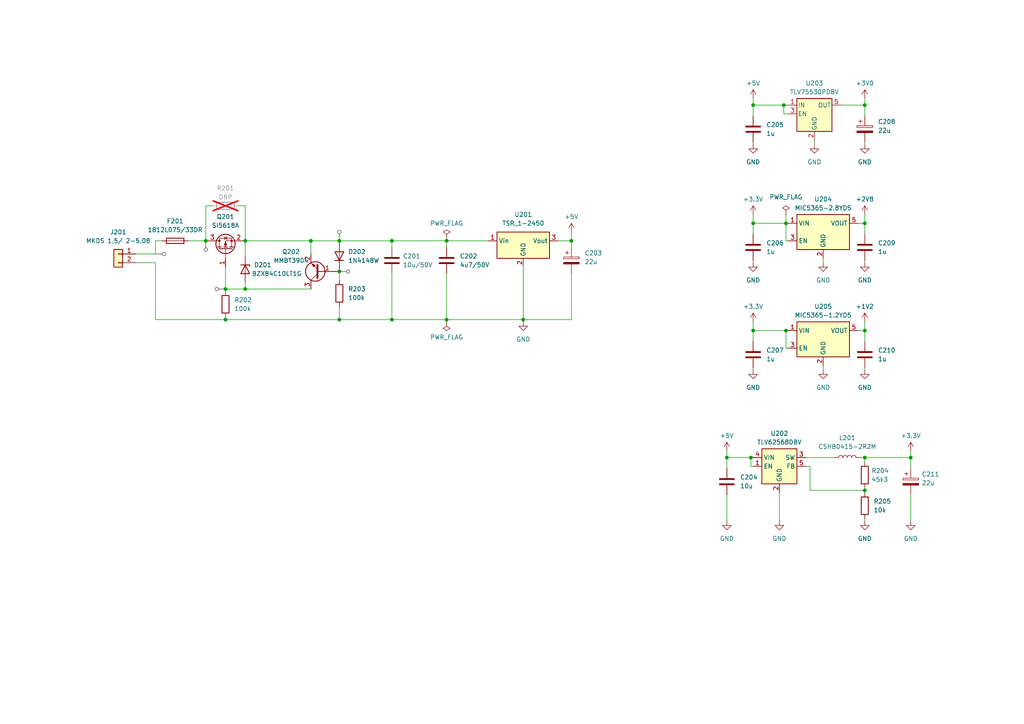
<source format=kicad_sch>
(kicad_sch (version 20230121) (generator eeschema)
  (paper "A4")
  (lib_symbols
    (symbol "Connector_Generic:Conn_01x02" (pin_names (offset 1.016) hide)
      (property "Reference" "J" (at 0 2.54 0))
      (property "Value" "Conn_01x02" (at 0 -5.08 0))
      (symbol "Conn_01x02_1_1"
        (rectangle (start -1.27 -2.413) (end 0 -2.667) (stroke (width 0.1524)))
        (rectangle (start -1.27 0.127) (end 0 -0.127) (stroke (width 0.1524)))
        (rectangle (start -1.27 1.27) (end 1.27 -3.81) (stroke (width 0.254)) (fill (type background)))
        (pin passive line (at -5.08 0 0) (length 3.81) (name "Pin_1") (number "1"))
        (pin passive line (at -5.08 -2.54 0) (length 3.81) (name "Pin_2") (number "2"))
      )
    )
    (symbol "Device:C" (pin_numbers hide) (pin_names (offset 0.254))
      (property "Reference" "C" (at 0.635 2.54 0))
      (property "Value" "C" (at 0.635 -2.54 0))
      (symbol "C_0_1"
        (polyline (pts (xy -2.032 -0.762) (xy 2.032 -0.762)) (stroke (width 0.508)))
        (polyline (pts (xy -2.032 0.762) (xy 2.032 0.762)) (stroke (width 0.508)))
      )
      (symbol "C_1_1"
        (pin passive line (at 0 3.81 270) (length 2.794) (name "~") (number "1"))
        (pin passive line (at 0 -3.81 90) (length 2.794) (name "~") (number "2"))
      )
    )
    (symbol "Device:C_Polarized" (pin_numbers hide) (pin_names (offset 0.254))
      (property "Reference" "C" (at 0.635 2.54 0))
      (property "Value" "C_Polarized" (at 0.635 -2.54 0))
      (symbol "C_Polarized_0_1"
        (rectangle (start -2.286 0.508) (end 2.286 1.016))
        (polyline (pts (xy -1.778 2.286) (xy -0.762 2.286)))
        (polyline (pts (xy -1.27 2.794) (xy -1.27 1.778)))
        (rectangle (start 2.286 -0.508) (end -2.286 -1.016) (fill (type outline)))
      )
      (symbol "C_Polarized_1_1"
        (pin passive line (at 0 3.81 270) (length 2.794) (name "~") (number "1"))
        (pin passive line (at 0 -3.81 90) (length 2.794) (name "~") (number "2"))
      )
    )
    (symbol "Device:Fuse" (pin_numbers hide) (pin_names (offset 0))
      (property "Reference" "F" (at 2.032 0 90))
      (property "Value" "Fuse" (at -1.905 0 90))
      (symbol "Fuse_0_1"
        (rectangle (start -0.762 -2.54) (end 0.762 2.54) (stroke (width 0.254)))
        (polyline (pts (xy 0 2.54) (xy 0 -2.54)))
      )
      (symbol "Fuse_1_1"
        (pin passive line (at 0 3.81 270) (length 1.27) (name "~") (number "1"))
        (pin passive line (at 0 -3.81 90) (length 1.27) (name "~") (number "2"))
      )
    )
    (symbol "Device:L" (pin_numbers hide) (pin_names (offset 1.016) hide)
      (property "Reference" "L" (at -1.27 0 90))
      (property "Value" "L" (at 1.905 0 90))
      (symbol "L_0_1"
        (arc (start 0 -2.54) (mid 0.6323 -1.905) (end 0 -1.27))
        (arc (start 0 -1.27) (mid 0.6323 -0.635) (end 0 0))
        (arc (start 0 0) (mid 0.6323 0.635) (end 0 1.27))
        (arc (start 0 1.27) (mid 0.6323 1.905) (end 0 2.54))
      )
      (symbol "L_1_1"
        (pin passive line (at 0 3.81 270) (length 1.27) (name "1") (number "1"))
        (pin passive line (at 0 -3.81 90) (length 1.27) (name "2") (number "2"))
      )
    )
    (symbol "Device:Q_PMOS_GSD" (pin_names (offset 0) hide)
      (property "Reference" "Q" (at 5.08 1.27 0))
      (property "Value" "Q_PMOS_GSD" (at 5.08 -1.27 0))
      (symbol "Q_PMOS_GSD_0_1"
        (polyline (pts (xy 0.254 0) (xy -2.54 0)))
        (polyline (pts (xy 0.254 1.905) (xy 0.254 -1.905)) (stroke (width 0.254)))
        (polyline (pts (xy 0.762 -1.27) (xy 0.762 -2.286)) (stroke (width 0.254)))
        (polyline (pts (xy 0.762 0.508) (xy 0.762 -0.508)) (stroke (width 0.254)))
        (polyline (pts (xy 0.762 2.286) (xy 0.762 1.27)) (stroke (width 0.254)))
        (polyline (pts (xy 2.54 2.54) (xy 2.54 1.778)))
        (polyline (pts (xy 2.54 -2.54) (xy 2.54 0) (xy 0.762 0)))
        (polyline (pts (xy 0.762 1.778) (xy 3.302 1.778) (xy 3.302 -1.778) (xy 0.762 -1.778)))
        (polyline (pts (xy 2.286 0) (xy 1.27 0.381) (xy 1.27 -0.381) (xy 2.286 0)) (fill (type outline)))
        (polyline (pts (xy 2.794 -0.508) (xy 2.921 -0.381) (xy 3.683 -0.381) (xy 3.81 -0.254)))
        (polyline (pts (xy 3.302 -0.381) (xy 2.921 0.254) (xy 3.683 0.254) (xy 3.302 -0.381)))
        (circle (center 1.651 0) (radius 2.794) (stroke (width 0.254)))
        (circle (center 2.54 -1.778) (radius 0.254) (fill (type outline)))
        (circle (center 2.54 1.778) (radius 0.254) (fill (type outline)))
      )
      (symbol "Q_PMOS_GSD_1_1"
        (pin input line (at -5.08 0 0) (length 2.54) (name "G") (number "1"))
        (pin passive line (at 2.54 -5.08 90) (length 2.54) (name "S") (number "2"))
        (pin passive line (at 2.54 5.08 270) (length 2.54) (name "D") (number "3"))
      )
    )
    (symbol "Device:R" (pin_numbers hide) (pin_names (offset 0))
      (property "Reference" "R" (at 2.032 0 90))
      (property "Value" "R" (at 0 0 90))
      (symbol "R_0_1"
        (rectangle (start -1.016 -2.54) (end 1.016 2.54) (stroke (width 0.254)))
      )
      (symbol "R_1_1"
        (pin passive line (at 0 3.81 270) (length 1.27) (name "~") (number "1"))
        (pin passive line (at 0 -3.81 90) (length 1.27) (name "~") (number "2"))
      )
    )
    (symbol "Diode:1N4148W" (pin_numbers hide) (pin_names hide)
      (property "Reference" "D" (at 0 2.54 0))
      (property "Value" "1N4148W" (at 0 -2.54 0))
      (symbol "1N4148W_0_1"
        (polyline (pts (xy -1.27 1.27) (xy -1.27 -1.27)) (stroke (width 0.254)))
        (polyline (pts (xy 1.27 0) (xy -1.27 0)))
        (polyline (pts (xy 1.27 1.27) (xy 1.27 -1.27) (xy -1.27 0) (xy 1.27 1.27)) (stroke (width 0.254)))
      )
      (symbol "1N4148W_1_1"
        (pin passive line (at -3.81 0 0) (length 2.54) (name "K") (number "1"))
        (pin passive line (at 3.81 0 180) (length 2.54) (name "A") (number "2"))
      )
    )
    (symbol "Diode:BZX84Cxx" (pin_numbers hide) (pin_names hide)
      (property "Reference" "D" (at 0 3.81 0))
      (property "Value" "BZX84Cxx" (at 0 -3.81 0))
      (symbol "BZX84Cxx_0_1"
        (polyline (pts (xy 1.27 0) (xy -1.27 0)))
        (polyline (pts (xy -1.27 -1.27) (xy -1.27 1.27) (xy -0.762 1.27)) (stroke (width 0.254)))
        (polyline (pts (xy 1.27 -1.27) (xy 1.27 1.27) (xy -1.27 0) (xy 1.27 -1.27)) (stroke (width 0.254)))
      )
      (symbol "BZX84Cxx_1_1"
        (pin passive line (at 3.81 0 180) (length 2.54) (name "A") (number "1"))
        (pin no_connect line (at 1.27 0 180) (length 2.54) hide (name "NC") (number "2"))
        (pin passive line (at -3.81 0 0) (length 2.54) (name "K") (number "3"))
      )
    )
    (symbol "Regulator_Linear:MIC5365-3.3YD5"
      (property "Reference" "U" (at -7.62 6.35 0))
      (property "Value" "MIC5365-3.3YD5" (at 0 6.35 0))
      (symbol "MIC5365-3.3YD5_0_1"
        (rectangle (start -7.62 -5.08) (end 7.62 5.08) (stroke (width 0.254)) (fill (type background)))
      )
      (symbol "MIC5365-3.3YD5_1_1"
        (pin power_in line (at -10.16 2.54 0) (length 2.54) (name "VIN") (number "1"))
        (pin power_in line (at 0 -7.62 90) (length 2.54) (name "GND") (number "2"))
        (pin input line (at -10.16 -2.54 0) (length 2.54) (name "EN") (number "3"))
        (pin no_connect line (at 7.62 -2.54 180) (length 2.54) hide (name "NC") (number "4"))
        (pin power_out line (at 10.16 2.54 180) (length 2.54) (name "VOUT") (number "5"))
      )
    )
    (symbol "Regulator_Linear:TLV75530PDBV" (pin_names (offset 0.254))
      (property "Reference" "U" (at -3.81 5.715 0))
      (property "Value" "TLV75530PDBV" (at 0 5.715 0))
      (symbol "TLV75530PDBV_0_1"
        (rectangle (start -5.08 4.445) (end 5.08 -5.08) (stroke (width 0.254)) (fill (type background)))
      )
      (symbol "TLV75530PDBV_1_1"
        (pin power_in line (at -7.62 2.54 0) (length 2.54) (name "IN") (number "1"))
        (pin power_in line (at 0 -7.62 90) (length 2.54) (name "GND") (number "2"))
        (pin input line (at -7.62 0 0) (length 2.54) (name "EN") (number "3"))
        (pin no_connect line (at 5.08 0 180) (length 2.54) hide (name "NC") (number "4"))
        (pin power_out line (at 7.62 2.54 180) (length 2.54) (name "OUT") (number "5"))
      )
    )
    (symbol "Regulator_Switching:TLV62568DBV"
      (property "Reference" "U" (at -5.08 6.35 0))
      (property "Value" "TLV62568DBV" (at 0 6.35 0))
      (symbol "TLV62568DBV_0_1"
        (rectangle (start -5.08 5.08) (end 5.08 -5.08) (stroke (width 0.254)) (fill (type background)))
      )
      (symbol "TLV62568DBV_1_1"
        (pin input line (at -7.62 0 0) (length 2.54) (name "EN") (number "1"))
        (pin power_in line (at 0 -7.62 90) (length 2.54) (name "GND") (number "2"))
        (pin power_out line (at 7.62 2.54 180) (length 2.54) (name "SW") (number "3"))
        (pin power_in line (at -7.62 2.54 0) (length 2.54) (name "VIN") (number "4"))
        (pin input line (at 7.62 0 180) (length 2.54) (name "FB") (number "5"))
      )
    )
    (symbol "Regulator_Switching:TSR_1-2450"
      (property "Reference" "U" (at -7.62 6.35 0))
      (property "Value" "TSR_1-2450" (at -1.27 6.35 0))
      (symbol "TSR_1-2450_0_1"
        (rectangle (start -7.62 5.08) (end 7.62 -2.54) (stroke (width 0.254)) (fill (type background)))
      )
      (symbol "TSR_1-2450_1_1"
        (pin power_in line (at -10.16 2.54 0) (length 2.54) (name "Vin") (number "1"))
        (pin power_in line (at 0 -5.08 90) (length 2.54) (name "GND") (number "2"))
        (pin power_out line (at 10.16 2.54 180) (length 2.54) (name "Vout") (number "3"))
      )
    )
    (symbol "Transistor_BJT:MMBT3904" (pin_names (offset 0) hide)
      (property "Reference" "Q" (at 5.08 1.905 0))
      (property "Value" "MMBT3904" (at 5.08 0 0))
      (symbol "MMBT3904_0_1"
        (polyline (pts (xy 0.635 0.635) (xy 2.54 2.54)))
        (polyline (pts (xy 0.635 -0.635) (xy 2.54 -2.54) (xy 2.54 -2.54)))
        (polyline (pts (xy 0.635 1.905) (xy 0.635 -1.905) (xy 0.635 -1.905)) (stroke (width 0.508)))
        (polyline (pts (xy 1.27 -1.778) (xy 1.778 -1.27) (xy 2.286 -2.286) (xy 1.27 -1.778) (xy 1.27 -1.778)) (fill (type outline)))
        (circle (center 1.27 0) (radius 2.8194) (stroke (width 0.254)))
      )
      (symbol "MMBT3904_1_1"
        (pin input line (at -5.08 0 0) (length 5.715) (name "B") (number "1"))
        (pin passive line (at 2.54 -5.08 90) (length 2.54) (name "E") (number "2"))
        (pin passive line (at 2.54 5.08 270) (length 2.54) (name "C") (number "3"))
      )
    )
    (symbol "power:+1V2" (power) (pin_names (offset 0))
      (property "Value" "+1V2" (at 0 3.556 0))
      (symbol "+1V2_0_1"
        (polyline (pts (xy -0.762 1.27) (xy 0 2.54)))
        (polyline (pts (xy 0 0) (xy 0 2.54)))
        (polyline (pts (xy 0 2.54) (xy 0.762 1.27)))
      )
      (symbol "+1V2_1_1"
        (pin power_in line (at 0 0 90) (length 0) hide (name "+1V2") (number "1"))
      )
    )
    (symbol "power:+2V8" (power) (pin_names (offset 0))
      (property "Value" "+2V8" (at 0 3.556 0))
      (symbol "+2V8_0_1"
        (polyline (pts (xy -0.762 1.27) (xy 0 2.54)))
        (polyline (pts (xy 0 0) (xy 0 2.54)))
        (polyline (pts (xy 0 2.54) (xy 0.762 1.27)))
      )
      (symbol "+2V8_1_1"
        (pin power_in line (at 0 0 90) (length 0) hide (name "+2V8") (number "1"))
      )
    )
    (symbol "power:+3.3V" (power) (pin_names (offset 0))
      (property "Value" "+3.3V" (at 0 3.556 0))
      (symbol "+3.3V_0_1"
        (polyline (pts (xy -0.762 1.27) (xy 0 2.54)))
        (polyline (pts (xy 0 0) (xy 0 2.54)))
        (polyline (pts (xy 0 2.54) (xy 0.762 1.27)))
      )
      (symbol "+3.3V_1_1"
        (pin power_in line (at 0 0 90) (length 0) hide (name "+3.3V") (number "1"))
      )
    )
    (symbol "power:+3V0" (power) (pin_names (offset 0))
      (property "Value" "+3V0" (at 0 3.556 0))
      (symbol "+3V0_0_1"
        (polyline (pts (xy -0.762 1.27) (xy 0 2.54)))
        (polyline (pts (xy 0 0) (xy 0 2.54)))
        (polyline (pts (xy 0 2.54) (xy 0.762 1.27)))
      )
      (symbol "+3V0_1_1"
        (pin power_in line (at 0 0 90) (length 0) hide (name "+3V0") (number "1"))
      )
    )
    (symbol "power:+5V" (power) (pin_names (offset 0))
      (property "Value" "+5V" (at 0 3.556 0))
      (symbol "+5V_0_1"
        (polyline (pts (xy -0.762 1.27) (xy 0 2.54)))
        (polyline (pts (xy 0 0) (xy 0 2.54)))
        (polyline (pts (xy 0 2.54) (xy 0.762 1.27)))
      )
      (symbol "+5V_1_1"
        (pin power_in line (at 0 0 90) (length 0) hide (name "+5V") (number "1"))
      )
    )
    (symbol "power:GND" (power) (pin_names (offset 0))
      (property "Value" "GND" (at 0 -3.81 0))
      (symbol "GND_0_1"
        (polyline (pts (xy 0 0) (xy 0 -1.27) (xy 1.27 -1.27) (xy 0 -2.54) (xy -1.27 -1.27) (xy 0 -1.27)))
      )
      (symbol "GND_1_1"
        (pin power_in line (at 0 0 270) (length 0) hide (name "GND") (number "1"))
      )
    )
    (symbol "power:PWR_FLAG" (power) (pin_numbers hide) (pin_names (offset 0) hide)
      (property "Value" "PWR_FLAG" (at 0 3.81 0))
      (symbol "PWR_FLAG_0_0"
        (pin power_out line (at 0 0 90) (length 0) (name "pwr") (number "1"))
      )
      (symbol "PWR_FLAG_0_1"
        (polyline (pts (xy 0 0) (xy 0 1.27) (xy -1.016 1.905) (xy 0 2.54) (xy 1.016 1.905) (xy 0 1.27)))
      )
    )
  )
  (junction (at 217.805 132.715))
  (junction (at 129.54 92.71))
  (junction (at 218.44 64.77))
  (junction (at 90.17 69.85))
  (junction (at 250.825 30.48))
  (junction (at 59.69 69.85))
  (junction (at 210.82 132.715))
  (junction (at 113.665 92.71))
  (junction (at 250.825 142.24))
  (junction (at 250.825 95.885))
  (junction (at 98.425 92.71))
  (junction (at 113.665 69.85))
  (junction (at 227.965 64.77))
  (junction (at 71.12 83.82))
  (junction (at 129.54 69.85))
  (junction (at 250.825 64.77))
  (junction (at 227.33 30.48))
  (junction (at 218.44 95.885))
  (junction (at 227.965 95.885))
  (junction (at 165.735 69.85))
  (junction (at 264.16 132.715))
  (junction (at 151.765 92.71))
  (junction (at 98.425 78.74))
  (junction (at 71.12 69.85))
  (junction (at 65.405 83.82))
  (junction (at 250.825 132.715))
  (junction (at 65.405 92.71))
  (junction (at 218.44 30.48))
  (junction (at 98.425 69.85))
  (wire (pts (xy 250.825 132.715) (xy 264.16 132.715)))
  (wire (pts (xy 45.085 76.2) (xy 39.37 76.2)))
  (wire (pts (xy 98.425 78.74) (xy 97.79 78.74)))
  (wire (pts (xy 113.665 69.85) (xy 129.54 69.85)))
  (wire (pts (xy 218.44 30.48) (xy 218.44 33.655)))
  (wire (pts (xy 250.825 30.48) (xy 250.825 28.575)))
  (wire (pts (xy 129.54 92.71) (xy 151.765 92.71)))
  (wire (pts (xy 250.825 93.345) (xy 250.825 95.885)))
  (wire (pts (xy 233.68 135.255) (xy 234.95 135.255)))
  (wire (pts (xy 129.54 92.71) (xy 129.54 93.345)))
  (wire (pts (xy 65.405 92.71) (xy 98.425 92.71)))
  (wire (pts (xy 250.825 30.48) (xy 250.825 33.655)))
  (wire (pts (xy 264.16 132.715) (xy 264.16 135.89)))
  (wire (pts (xy 218.44 75.565) (xy 218.44 76.2)))
  (wire (pts (xy 98.425 88.9) (xy 98.425 92.71)))
  (wire (pts (xy 45.085 76.2) (xy 45.085 92.71)))
  (wire (pts (xy 59.69 69.85) (xy 60.325 69.85)))
  (wire (pts (xy 151.765 92.71) (xy 165.735 92.71)))
  (wire (pts (xy 218.44 28.575) (xy 218.44 30.48)))
  (wire (pts (xy 250.825 132.715) (xy 250.825 133.985)))
  (wire (pts (xy 227.965 64.77) (xy 218.44 64.77)))
  (wire (pts (xy 228.6 69.85) (xy 227.965 69.85)))
  (wire (pts (xy 233.68 132.715) (xy 241.935 132.715)))
  (wire (pts (xy 54.61 69.85) (xy 59.69 69.85)))
  (wire (pts (xy 210.82 132.715) (xy 217.805 132.715)))
  (wire (pts (xy 90.17 69.85) (xy 98.425 69.85)))
  (wire (pts (xy 250.825 141.605) (xy 250.825 142.24)))
  (wire (pts (xy 69.215 59.69) (xy 71.12 59.69)))
  (wire (pts (xy 210.82 132.715) (xy 210.82 135.89)))
  (wire (pts (xy 71.12 83.82) (xy 65.405 83.82)))
  (wire (pts (xy 218.44 41.275) (xy 218.44 41.91)))
  (wire (pts (xy 71.12 81.915) (xy 71.12 83.82)))
  (wire (pts (xy 217.805 135.255) (xy 217.805 132.715)))
  (wire (pts (xy 218.44 135.255) (xy 217.805 135.255)))
  (wire (pts (xy 98.425 78.74) (xy 98.425 81.28)))
  (wire (pts (xy 243.84 30.48) (xy 250.825 30.48)))
  (wire (pts (xy 250.825 142.24) (xy 234.95 142.24)))
  (wire (pts (xy 227.965 95.885) (xy 218.44 95.885)))
  (wire (pts (xy 70.485 69.85) (xy 71.12 69.85)))
  (wire (pts (xy 264.16 143.51) (xy 264.16 151.13)))
  (wire (pts (xy 59.69 59.69) (xy 59.69 69.85)))
  (wire (pts (xy 129.54 79.375) (xy 129.54 92.71)))
  (wire (pts (xy 227.965 100.965) (xy 227.965 95.885)))
  (wire (pts (xy 98.425 69.85) (xy 113.665 69.85)))
  (wire (pts (xy 98.425 69.85) (xy 98.425 70.485)))
  (wire (pts (xy 238.76 74.93) (xy 238.76 76.2)))
  (wire (pts (xy 71.12 83.82) (xy 90.17 83.82)))
  (wire (pts (xy 228.6 100.965) (xy 227.965 100.965)))
  (wire (pts (xy 234.95 142.24) (xy 234.95 135.255)))
  (wire (pts (xy 227.965 95.885) (xy 228.6 95.885)))
  (wire (pts (xy 45.085 92.71) (xy 65.405 92.71)))
  (wire (pts (xy 129.54 69.85) (xy 129.54 71.755)))
  (wire (pts (xy 248.92 64.77) (xy 250.825 64.77)))
  (wire (pts (xy 218.44 106.68) (xy 218.44 107.315)))
  (wire (pts (xy 129.54 69.85) (xy 141.605 69.85)))
  (wire (pts (xy 227.33 30.48) (xy 228.6 30.48)))
  (wire (pts (xy 250.825 75.565) (xy 250.825 76.2)))
  (wire (pts (xy 210.82 143.51) (xy 210.82 151.13)))
  (wire (pts (xy 249.555 132.715) (xy 250.825 132.715)))
  (wire (pts (xy 165.735 71.755) (xy 165.735 69.85)))
  (wire (pts (xy 71.12 69.85) (xy 71.12 74.295)))
  (wire (pts (xy 250.825 150.495) (xy 250.825 151.13)))
  (wire (pts (xy 248.92 95.885) (xy 250.825 95.885)))
  (wire (pts (xy 250.825 106.68) (xy 250.825 107.315)))
  (wire (pts (xy 113.665 92.71) (xy 129.54 92.71)))
  (wire (pts (xy 113.665 79.375) (xy 113.665 92.71)))
  (wire (pts (xy 218.44 64.77) (xy 218.44 67.945)))
  (wire (pts (xy 98.425 92.71) (xy 113.665 92.71)))
  (wire (pts (xy 236.22 40.64) (xy 236.22 41.91)))
  (wire (pts (xy 226.06 142.875) (xy 226.06 151.13)))
  (wire (pts (xy 151.765 93.345) (xy 151.765 92.71)))
  (wire (pts (xy 250.825 41.275) (xy 250.825 41.91)))
  (wire (pts (xy 218.44 64.77) (xy 218.44 62.23)))
  (wire (pts (xy 218.44 95.885) (xy 218.44 93.345)))
  (wire (pts (xy 65.405 83.82) (xy 65.405 84.455)))
  (wire (pts (xy 161.925 69.85) (xy 165.735 69.85)))
  (wire (pts (xy 227.965 64.77) (xy 228.6 64.77)))
  (wire (pts (xy 250.825 64.77) (xy 250.825 67.945)))
  (wire (pts (xy 65.405 92.71) (xy 65.405 92.075)))
  (wire (pts (xy 90.17 69.85) (xy 90.17 73.66)))
  (wire (pts (xy 151.765 77.47) (xy 151.765 92.71)))
  (wire (pts (xy 227.965 62.23) (xy 227.965 64.77)))
  (wire (pts (xy 129.54 69.215) (xy 129.54 69.85)))
  (wire (pts (xy 113.665 69.85) (xy 113.665 71.755)))
  (wire (pts (xy 264.16 130.81) (xy 264.16 132.715)))
  (wire (pts (xy 218.44 95.885) (xy 218.44 99.06)))
  (wire (pts (xy 210.82 130.81) (xy 210.82 132.715)))
  (wire (pts (xy 71.12 59.69) (xy 71.12 69.85)))
  (wire (pts (xy 71.12 69.85) (xy 90.17 69.85)))
  (wire (pts (xy 217.805 132.715) (xy 218.44 132.715)))
  (wire (pts (xy 165.735 92.71) (xy 165.735 79.375)))
  (wire (pts (xy 250.825 95.885) (xy 250.825 99.06)))
  (wire (pts (xy 45.085 73.66) (xy 45.085 69.85)))
  (wire (pts (xy 39.37 73.66) (xy 45.085 73.66)))
  (wire (pts (xy 65.405 77.47) (xy 65.405 83.82)))
  (wire (pts (xy 218.44 30.48) (xy 227.33 30.48)))
  (wire (pts (xy 98.425 78.105) (xy 98.425 78.74)))
  (wire (pts (xy 228.6 33.02) (xy 227.33 33.02)))
  (wire (pts (xy 227.965 69.85) (xy 227.965 64.77)))
  (wire (pts (xy 61.595 59.69) (xy 59.69 59.69)))
  (wire (pts (xy 45.085 69.85) (xy 46.99 69.85)))
  (wire (pts (xy 238.76 106.045) (xy 238.76 107.315)))
  (wire (pts (xy 165.735 67.31) (xy 165.735 69.85)))
  (wire (pts (xy 250.825 142.24) (xy 250.825 142.875)))
  (wire (pts (xy 250.825 62.23) (xy 250.825 64.77)))
  (wire (pts (xy 227.33 33.02) (xy 227.33 30.48)))
  (netclass_flag "" (length 2.54) (shape round) (at 65.405 83.82 90) (property "Netclass" "power 24V" (effects hide)))
  (netclass_flag "" (length 2.54) (shape round) (at 59.69 69.85 180) (property "Netclass" "power 24V" (effects hide)))
  (netclass_flag "" (length 2.54) (shape round) (at 45.085 73.66 270) (property "Netclass" "power 24V" (effects hide)))
  (netclass_flag "" (length 2.54) (shape round) (at 98.425 78.74 270) (property "Netclass" "power 24V" (effects hide)))
  (netclass_flag "" (length 2.54) (shape round) (at 98.425 69.85 0) (property "Netclass" "power 24V" (effects hide)))
  (symbol (lib_id "power:+3.3V") (at 218.44 93.345 0) (unit 1)
    (property "Reference" "#PWR0209" (effects hide))
    (property "Value" "+3.3V" (at 218.44 88.9 0))
  )
  (symbol (lib_id "power:+2V8") (at 250.825 62.23 0) (unit 1)
    (property "Reference" "#PWR0217" (effects hide))
    (property "Value" "+2V8" (at 250.825 57.785 0))
  )
  (symbol (lib_id "power:+3V0") (at 250.825 28.575 0) (unit 1)
    (property "Reference" "#PWR0215" (effects hide))
    (property "Value" "+3V0" (at 250.825 24.13 0))
  )
  (symbol (lib_id "power:GND") (at 264.16 151.13 0) (unit 1)
    (property "Reference" "#PWR0223" (effects hide))
    (property "Value" "GND" (at 264.16 156.21 0))
  )
  (symbol (lib_id "Device:C_Polarized") (at 250.825 37.465 0) (unit 1)
    (property "Reference" "C208" (at 254.635 35.306 0) (effects (justify left)))
    (property "Value" "22u" (at 254.635 37.846 0) (effects (justify left)))
    (property "Footprint" "Capacitor_Tantalum_SMD:CP_EIA-3528-21_Kemet-B_Pad1.50x2.35mm_HandSolder" (effects hide))
  )
  (symbol (lib_id "Regulator_Switching:TSR_1-2450") (at 151.765 72.39 0) (unit 1)
    (property "Reference" "U201" (at 151.765 62.23 0))
    (property "Value" "TSR_1-2450" (at 151.765 64.77 0))
    (property "Footprint" "Converter_DCDC:Converter_DCDC_TRACO_TSR-1_THT" (effects hide))
    (property "Datasheet" "http://www.tracopower.com/products/tsr1.pdf" (effects hide))
  )
  (symbol (lib_id "power:+5V") (at 165.735 67.31 0) (unit 1)
    (property "Reference" "#PWR0202" (effects hide))
    (property "Value" "+5V" (at 165.735 62.865 0))
  )
  (symbol (lib_id "Device:C") (at 113.665 75.565 0) (unit 1)
    (property "Reference" "C201" (at 116.84 74.295 0) (effects (justify left)))
    (property "Value" "10u/50V" (at 116.84 76.835 0) (effects (justify left)))
    (property "Footprint" "Capacitor_SMD:C_1206_3216Metric_Pad1.33x1.80mm_HandSolder" (effects hide))
  )
  (symbol (lib_id "Regulator_Linear:TLV75530PDBV") (at 236.22 33.02 0) (unit 1)
    (property "Reference" "U203" (at 236.22 24.13 0))
    (property "Value" "TLV75530PDBV" (at 236.22 26.67 0))
    (property "Footprint" "Package_TO_SOT_SMD:SOT-23-5" (effects hide))
    (property "Datasheet" "http://www.ti.com/lit/ds/symlink/tlv755p.pdf" (effects hide))
  )
  (symbol (lib_id "Device:C_Polarized") (at 264.16 139.7 0) (unit 1)
    (property "Reference" "C211" (at 267.335 137.541 0) (effects (justify left)))
    (property "Value" "22u" (at 267.335 140.081 0) (effects (justify left)))
    (property "Footprint" "Capacitor_Tantalum_SMD:CP_EIA-3528-21_Kemet-B_Pad1.50x2.35mm_HandSolder" (effects hide))
  )
  (symbol (lib_id "Device:R") (at 65.405 88.265 0) (unit 1)
    (property "Reference" "R202" (at 67.945 86.995 0) (effects (justify left)))
    (property "Value" "100k" (at 67.945 89.535 0) (effects (justify left)))
    (property "Footprint" "Resistor_SMD:R_0603_1608Metric_Pad0.98x0.95mm_HandSolder" (effects hide))
  )
  (symbol (lib_id "Device:Fuse") (at 50.8 69.85 90) (unit 1)
    (property "Reference" "F201" (at 50.8 64.135 90))
    (property "Value" "1812L075/33DR" (at 50.8 66.675 90))
    (property "Footprint" "Fuse:Fuse_1812_4532Metric_Pad1.30x3.40mm_HandSolder" (effects hide))
  )
  (symbol (lib_id "Diode:BZX84Cxx") (at 71.12 78.105 270) (unit 1)
    (property "Reference" "D201" (at 73.66 76.835 90) (effects (justify left)))
    (property "Value" "BZX84C10LT1G" (at 73.025 79.375 90) (effects (justify left)))
    (property "Footprint" "Package_TO_SOT_SMD:SOT-23" (effects hide))
    (property "Datasheet" "https://diotec.com/tl_files/diotec/files/pdf/datasheets/bzx84c2v4.pdf" (effects hide))
  )
  (symbol (lib_id "power:GND") (at 250.825 76.2 0) (unit 1)
    (property "Reference" "#PWR0218" (effects hide))
    (property "Value" "GND" (at 250.825 81.28 0))
  )
  (symbol (lib_id "Device:Q_PMOS_GSD") (at 65.405 72.39 90) (unit 1)
    (property "Reference" "Q201" (at 65.405 62.865 90))
    (property "Value" "SI5618A" (at 65.405 65.405 90))
    (property "Footprint" "Package_TO_SOT_SMD:SOT-23" (effects hide))
  )
  (symbol (lib_id "Device:R") (at 250.825 146.685 0) (unit 1)
    (property "Reference" "R205" (at 253.365 145.415 0) (effects (justify left)))
    (property "Value" "10k" (at 253.365 147.955 0) (effects (justify left)))
    (property "Footprint" "Resistor_SMD:R_0603_1608Metric_Pad0.98x0.95mm_HandSolder" (effects hide))
  )
  (symbol (lib_id "Device:C") (at 218.44 71.755 0) (unit 1)
    (property "Reference" "C206" (at 222.25 70.485 0) (effects (justify left)))
    (property "Value" "1u" (at 222.25 73.025 0) (effects (justify left)))
    (property "Footprint" "Capacitor_SMD:C_0603_1608Metric_Pad1.08x0.95mm_HandSolder" (effects hide))
  )
  (symbol (lib_id "power:+3.3V") (at 264.16 130.81 0) (unit 1)
    (property "Reference" "#PWR0222" (effects hide))
    (property "Value" "+3.3V" (at 264.16 126.365 0))
  )
  (symbol (lib_id "power:PWR_FLAG") (at 129.54 93.345 180) (unit 1)
    (property "Reference" "#FLG0202" (effects hide))
    (property "Value" "PWR_FLAG" (at 129.54 97.79 0))
  )
  (symbol (lib_id "Transistor_BJT:MMBT3904") (at 92.71 78.74 180) (unit 1)
    (property "Reference" "Q202" (at 86.995 73.025 0) (effects (justify left)))
    (property "Value" "MMBT3904" (at 89.535 75.565 0) (effects (justify left)))
    (property "Footprint" "Package_TO_SOT_SMD:SOT-23" (effects hide))
    (property "Datasheet" "https://www.onsemi.com/pdf/datasheet/pzt3904-d.pdf" (effects hide))
  )
  (symbol (lib_id "Regulator_Linear:MIC5365-3.3YD5") (at 238.76 98.425 0) (unit 1)
    (property "Reference" "U205" (at 238.76 88.9 0))
    (property "Value" "MIC5365-1.2YD5" (at 238.76 91.44 0))
    (property "Footprint" "Package_TO_SOT_SMD:SOT-23-5" (effects hide))
    (property "Datasheet" "http://ww1.microchip.com/downloads/en/DeviceDoc/mic5365.pdf" (effects hide))
  )
  (symbol (lib_id "power:GND") (at 238.76 107.315 0) (unit 1)
    (property "Reference" "#PWR0214" (effects hide))
    (property "Value" "GND" (at 238.76 112.395 0))
  )
  (symbol (lib_id "power:GND") (at 210.82 151.13 0) (unit 1)
    (property "Reference" "#PWR0204" (effects hide))
    (property "Value" "GND" (at 210.82 156.21 0))
  )
  (symbol (lib_id "Regulator_Switching:TLV62568DBV") (at 226.06 135.255 0) (unit 1)
    (property "Reference" "U202" (at 226.06 125.73 0))
    (property "Value" "TLV62568DBV" (at 226.06 128.27 0))
    (property "Footprint" "Package_TO_SOT_SMD:SOT-23-5" (effects hide))
    (property "Datasheet" "http://www.ti.com/lit/ds/symlink/tlv62568.pdf" (effects hide))
  )
  (symbol (lib_id "Device:C") (at 218.44 102.87 0) (unit 1)
    (property "Reference" "C207" (at 222.25 101.6 0) (effects (justify left)))
    (property "Value" "1u" (at 222.25 104.14 0) (effects (justify left)))
    (property "Footprint" "Capacitor_SMD:C_0603_1608Metric_Pad1.08x0.95mm_HandSolder" (effects hide))
  )
  (symbol (lib_id "power:GND") (at 238.76 76.2 0) (unit 1)
    (property "Reference" "#PWR0213" (effects hide))
    (property "Value" "GND" (at 238.76 81.28 0))
  )
  (symbol (lib_id "Device:C") (at 129.54 75.565 0) (unit 1)
    (property "Reference" "C202" (at 133.35 74.295 0) (effects (justify left)))
    (property "Value" "4u7/50V" (at 133.35 76.835 0) (effects (justify left)))
    (property "Footprint" "Capacitor_SMD:C_1206_3216Metric_Pad1.33x1.80mm_HandSolder" (effects hide))
  )
  (symbol (lib_id "power:GND") (at 218.44 107.315 0) (unit 1)
    (property "Reference" "#PWR0210" (effects hide))
    (property "Value" "GND" (at 218.44 112.395 0))
  )
  (symbol (lib_id "Device:R") (at 98.425 85.09 0) (unit 1)
    (property "Reference" "R203" (at 100.965 83.82 0) (effects (justify left)))
    (property "Value" "100k" (at 100.965 86.36 0) (effects (justify left)))
    (property "Footprint" "Resistor_SMD:R_0603_1608Metric_Pad0.98x0.95mm_HandSolder" (effects hide))
  )
  (symbol (lib_id "power:GND") (at 250.825 107.315 0) (unit 1)
    (property "Reference" "#PWR0220" (effects hide))
    (property "Value" "GND" (at 250.825 112.395 0))
  )
  (symbol (lib_id "Device:R") (at 250.825 137.795 0) (unit 1)
    (property "Reference" "R204" (at 252.73 136.525 0) (effects (justify left)))
    (property "Value" "45k3" (at 252.73 139.065 0) (effects (justify left)))
    (property "Footprint" "Resistor_SMD:R_0603_1608Metric_Pad0.98x0.95mm_HandSolder" (effects hide))
  )
  (symbol (lib_id "Connector_Generic:Conn_01x02") (at 34.29 73.66 0) (mirror y) (unit 1)
    (property "Reference" "J201" (at 34.29 67.31 0))
    (property "Value" "MKDS 1,5/ 2-5,08" (at 34.29 69.85 0))
    (property "Footprint" "TerminalBlock_Phoenix:TerminalBlock_Phoenix_MKDS-1,5-2_1x02_P5.00mm_Horizontal" (effects hide))
  )
  (symbol (lib_id "power:+5V") (at 218.44 28.575 0) (unit 1)
    (property "Reference" "#PWR0205" (effects hide))
    (property "Value" "+5V" (at 218.44 24.13 0))
  )
  (symbol (lib_id "Regulator_Linear:MIC5365-3.3YD5") (at 238.76 67.31 0) (unit 1)
    (property "Reference" "U204" (at 238.76 57.785 0))
    (property "Value" "MIC5365-2.8YD5" (at 238.76 60.325 0))
    (property "Footprint" "Package_TO_SOT_SMD:SOT-23-5" (effects hide))
    (property "Datasheet" "http://ww1.microchip.com/downloads/en/DeviceDoc/mic5365.pdf" (effects hide))
  )
  (symbol (lib_id "power:+3.3V") (at 218.44 62.23 0) (unit 1)
    (property "Reference" "#PWR0207" (effects hide))
    (property "Value" "+3.3V" (at 218.44 57.785 0))
  )
  (symbol (lib_id "Device:C") (at 218.44 37.465 0) (unit 1)
    (property "Reference" "C205" (at 222.25 36.195 0) (effects (justify left)))
    (property "Value" "1u" (at 222.25 38.735 0) (effects (justify left)))
    (property "Footprint" "Capacitor_SMD:C_0603_1608Metric_Pad1.08x0.95mm_HandSolder" (effects hide))
  )
  (symbol (lib_id "power:PWR_FLAG") (at 227.965 62.23 0) (unit 1)
    (property "Reference" "#FLG0203" (effects hide))
    (property "Value" "PWR_FLAG" (at 227.965 57.15 0))
  )
  (symbol (lib_id "Device:C_Polarized") (at 165.735 75.565 0) (unit 1)
    (property "Reference" "C203" (at 169.545 73.406 0) (effects (justify left)))
    (property "Value" "22u" (at 169.545 75.946 0) (effects (justify left)))
    (property "Footprint" "Capacitor_Tantalum_SMD:CP_EIA-3528-21_Kemet-B_Pad1.50x2.35mm_HandSolder" (effects hide))
  )
  (symbol (lib_id "Device:C") (at 250.825 71.755 0) (unit 1)
    (property "Reference" "C209" (at 254.635 70.485 0) (effects (justify left)))
    (property "Value" "1u" (at 254.635 73.025 0) (effects (justify left)))
    (property "Footprint" "Capacitor_SMD:C_0603_1608Metric_Pad1.08x0.95mm_HandSolder" (effects hide))
  )
  (symbol (lib_id "Device:L") (at 245.745 132.715 90) (unit 1)
    (property "Reference" "L201" (at 245.745 127 90))
    (property "Value" "CSHB0415-2R2M" (at 245.745 129.54 90))
    (property "Footprint" "ETH1IRCAM1:CSHB0415" (effects hide))
  )
  (symbol (lib_id "power:PWR_FLAG") (at 129.54 69.215 0) (unit 1)
    (property "Reference" "#FLG0201" (effects hide))
    (property "Value" "PWR_FLAG" (at 129.54 64.77 0))
  )
  (symbol (lib_id "power:+1V2") (at 250.825 93.345 0) (unit 1)
    (property "Reference" "#PWR0219" (effects hide))
    (property "Value" "+1V2" (at 250.825 88.9 0))
  )
  (symbol (lib_id "Device:C") (at 250.825 102.87 0) (unit 1)
    (property "Reference" "C210" (at 254.635 101.6 0) (effects (justify left)))
    (property "Value" "1u" (at 254.635 104.14 0) (effects (justify left)))
    (property "Footprint" "Capacitor_SMD:C_0603_1608Metric_Pad1.08x0.95mm_HandSolder" (effects hide))
  )
  (symbol (lib_id "power:GND") (at 250.825 151.13 0) (unit 1)
    (property "Reference" "#PWR0221" (effects hide))
    (property "Value" "GND" (at 250.825 156.21 0))
  )
  (symbol (lib_id "power:GND") (at 236.22 41.91 0) (unit 1)
    (property "Reference" "#PWR0212" (effects hide))
    (property "Value" "GND" (at 236.22 46.99 0))
  )
  (symbol (lib_id "power:GND") (at 218.44 76.2 0) (unit 1)
    (property "Reference" "#PWR0208" (effects hide))
    (property "Value" "GND" (at 218.44 81.28 0))
  )
  (symbol (lib_id "Diode:1N4148W") (at 98.425 74.295 90) (unit 1)
    (property "Reference" "D202" (at 100.965 73.025 90) (effects (justify right)))
    (property "Value" "1N4148W" (at 100.965 75.565 90) (effects (justify right)))
    (property "Footprint" "Diode_SMD:D_SOD-123" (effects hide))
    (property "Datasheet" "https://www.vishay.com/docs/85748/1n4148w.pdf" (effects hide))
    (property "Sim.Device" "D" (effects hide))
    (property "Sim.Pins" "1=K 2=A" (effects hide))
  )
  (symbol (lib_id "power:GND") (at 151.765 93.345 0) (unit 1)
    (property "Reference" "#PWR0201" (effects hide))
    (property "Value" "GND" (at 151.765 98.425 0))
  )
  (symbol (lib_id "power:GND") (at 226.06 151.13 0) (unit 1)
    (property "Reference" "#PWR0211" (effects hide))
    (property "Value" "GND" (at 226.06 156.21 0))
  )
  (symbol (lib_id "Device:C") (at 210.82 139.7 0) (unit 1)
    (property "Reference" "C204" (at 214.63 138.43 0) (effects (justify left)))
    (property "Value" "10u" (at 214.63 140.97 0) (effects (justify left)))
    (property "Footprint" "Capacitor_SMD:C_1206_3216Metric_Pad1.33x1.80mm_HandSolder" (effects hide))
  )
  (symbol (lib_id "power:+5V") (at 210.82 130.81 0) (unit 1)
    (property "Reference" "#PWR0203" (effects hide))
    (property "Value" "+5V" (at 210.82 126.365 0))
  )
  (symbol (lib_id "power:GND") (at 250.825 41.91 0) (unit 1)
    (property "Reference" "#PWR0216" (effects hide))
    (property "Value" "GND" (at 250.825 46.99 0))
  )
  (symbol (lib_id "Device:R") (at 65.405 59.69 90) (unit 1) (dnp yes)
    (property "Reference" "R201" (at 65.405 54.61 90))
    (property "Value" "DNP" (at 65.405 57.15 90))
    (property "Footprint" "Resistor_SMD:R_0805_2012Metric_Pad1.20x1.40mm_HandSolder" (effects hide))
  )
  (symbol (lib_id "power:GND") (at 218.44 41.91 0) (unit 1)
    (property "Reference" "#PWR0206" (effects hide))
    (property "Value" "GND" (at 218.44 46.99 0))
  )
)
</source>
